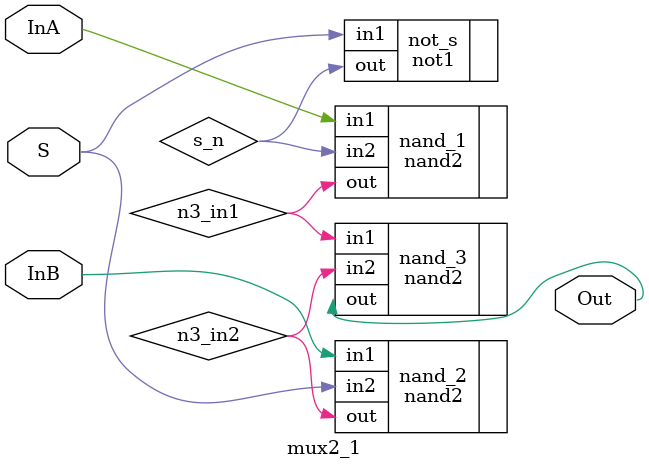
<source format=v>

module mux2_1( InA, InB, S, Out);
    
input InA, InB, S;
output Out;
wire n3_in1, n3_in2, s_n;
not1 not_s(.in1(S), .out(s_n));
nand2 nand_1(.in1(InA), .in2(s_n), .out(n3_in1));
nand2 nand_2(.in1(InB), .in2(S), .out(n3_in2));
nand2 nand_3(.in1(n3_in1), .in2(n3_in2), .out(Out));
    
endmodule
</source>
